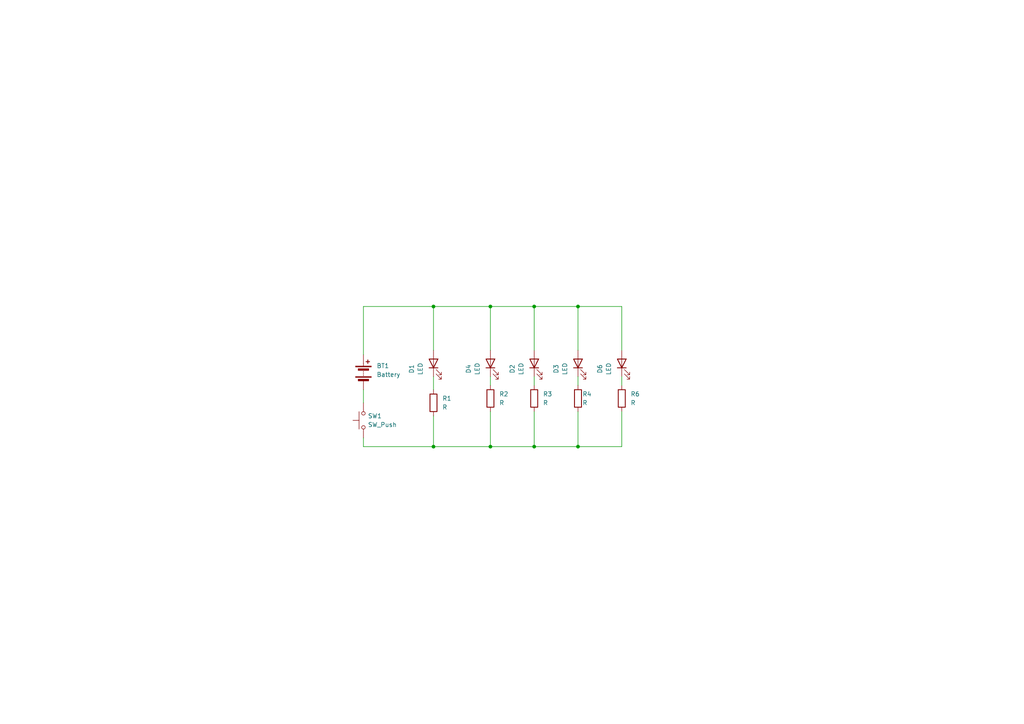
<source format=kicad_sch>
(kicad_sch
	(version 20250114)
	(generator "eeschema")
	(generator_version "9.0")
	(uuid "68117e2e-f2d2-424f-b42f-e36ecede548e")
	(paper "A4")
	(lib_symbols
		(symbol "Device:Battery"
			(pin_numbers
				(hide yes)
			)
			(pin_names
				(offset 0)
				(hide yes)
			)
			(exclude_from_sim no)
			(in_bom yes)
			(on_board yes)
			(property "Reference" "BT"
				(at 2.54 2.54 0)
				(effects
					(font
						(size 1.27 1.27)
					)
					(justify left)
				)
			)
			(property "Value" "Battery"
				(at 2.54 0 0)
				(effects
					(font
						(size 1.27 1.27)
					)
					(justify left)
				)
			)
			(property "Footprint" ""
				(at 0 1.524 90)
				(effects
					(font
						(size 1.27 1.27)
					)
					(hide yes)
				)
			)
			(property "Datasheet" "~"
				(at 0 1.524 90)
				(effects
					(font
						(size 1.27 1.27)
					)
					(hide yes)
				)
			)
			(property "Description" "Multiple-cell battery"
				(at 0 0 0)
				(effects
					(font
						(size 1.27 1.27)
					)
					(hide yes)
				)
			)
			(property "ki_keywords" "batt voltage-source cell"
				(at 0 0 0)
				(effects
					(font
						(size 1.27 1.27)
					)
					(hide yes)
				)
			)
			(symbol "Battery_0_1"
				(rectangle
					(start -2.286 1.778)
					(end 2.286 1.524)
					(stroke
						(width 0)
						(type default)
					)
					(fill
						(type outline)
					)
				)
				(rectangle
					(start -2.286 -1.27)
					(end 2.286 -1.524)
					(stroke
						(width 0)
						(type default)
					)
					(fill
						(type outline)
					)
				)
				(rectangle
					(start -1.524 1.016)
					(end 1.524 0.508)
					(stroke
						(width 0)
						(type default)
					)
					(fill
						(type outline)
					)
				)
				(rectangle
					(start -1.524 -2.032)
					(end 1.524 -2.54)
					(stroke
						(width 0)
						(type default)
					)
					(fill
						(type outline)
					)
				)
				(polyline
					(pts
						(xy 0 1.778) (xy 0 2.54)
					)
					(stroke
						(width 0)
						(type default)
					)
					(fill
						(type none)
					)
				)
				(polyline
					(pts
						(xy 0 0) (xy 0 0.254)
					)
					(stroke
						(width 0)
						(type default)
					)
					(fill
						(type none)
					)
				)
				(polyline
					(pts
						(xy 0 -0.508) (xy 0 -0.254)
					)
					(stroke
						(width 0)
						(type default)
					)
					(fill
						(type none)
					)
				)
				(polyline
					(pts
						(xy 0 -1.016) (xy 0 -0.762)
					)
					(stroke
						(width 0)
						(type default)
					)
					(fill
						(type none)
					)
				)
				(polyline
					(pts
						(xy 0.762 3.048) (xy 1.778 3.048)
					)
					(stroke
						(width 0.254)
						(type default)
					)
					(fill
						(type none)
					)
				)
				(polyline
					(pts
						(xy 1.27 3.556) (xy 1.27 2.54)
					)
					(stroke
						(width 0.254)
						(type default)
					)
					(fill
						(type none)
					)
				)
			)
			(symbol "Battery_1_1"
				(pin passive line
					(at 0 5.08 270)
					(length 2.54)
					(name "+"
						(effects
							(font
								(size 1.27 1.27)
							)
						)
					)
					(number "1"
						(effects
							(font
								(size 1.27 1.27)
							)
						)
					)
				)
				(pin passive line
					(at 0 -5.08 90)
					(length 2.54)
					(name "-"
						(effects
							(font
								(size 1.27 1.27)
							)
						)
					)
					(number "2"
						(effects
							(font
								(size 1.27 1.27)
							)
						)
					)
				)
			)
			(embedded_fonts no)
		)
		(symbol "Device:LED"
			(pin_numbers
				(hide yes)
			)
			(pin_names
				(offset 1.016)
				(hide yes)
			)
			(exclude_from_sim no)
			(in_bom yes)
			(on_board yes)
			(property "Reference" "D"
				(at 0 2.54 0)
				(effects
					(font
						(size 1.27 1.27)
					)
				)
			)
			(property "Value" "LED"
				(at 0 -2.54 0)
				(effects
					(font
						(size 1.27 1.27)
					)
				)
			)
			(property "Footprint" ""
				(at 0 0 0)
				(effects
					(font
						(size 1.27 1.27)
					)
					(hide yes)
				)
			)
			(property "Datasheet" "~"
				(at 0 0 0)
				(effects
					(font
						(size 1.27 1.27)
					)
					(hide yes)
				)
			)
			(property "Description" "Light emitting diode"
				(at 0 0 0)
				(effects
					(font
						(size 1.27 1.27)
					)
					(hide yes)
				)
			)
			(property "Sim.Pins" "1=K 2=A"
				(at 0 0 0)
				(effects
					(font
						(size 1.27 1.27)
					)
					(hide yes)
				)
			)
			(property "ki_keywords" "LED diode"
				(at 0 0 0)
				(effects
					(font
						(size 1.27 1.27)
					)
					(hide yes)
				)
			)
			(property "ki_fp_filters" "LED* LED_SMD:* LED_THT:*"
				(at 0 0 0)
				(effects
					(font
						(size 1.27 1.27)
					)
					(hide yes)
				)
			)
			(symbol "LED_0_1"
				(polyline
					(pts
						(xy -3.048 -0.762) (xy -4.572 -2.286) (xy -3.81 -2.286) (xy -4.572 -2.286) (xy -4.572 -1.524)
					)
					(stroke
						(width 0)
						(type default)
					)
					(fill
						(type none)
					)
				)
				(polyline
					(pts
						(xy -1.778 -0.762) (xy -3.302 -2.286) (xy -2.54 -2.286) (xy -3.302 -2.286) (xy -3.302 -1.524)
					)
					(stroke
						(width 0)
						(type default)
					)
					(fill
						(type none)
					)
				)
				(polyline
					(pts
						(xy -1.27 0) (xy 1.27 0)
					)
					(stroke
						(width 0)
						(type default)
					)
					(fill
						(type none)
					)
				)
				(polyline
					(pts
						(xy -1.27 -1.27) (xy -1.27 1.27)
					)
					(stroke
						(width 0.254)
						(type default)
					)
					(fill
						(type none)
					)
				)
				(polyline
					(pts
						(xy 1.27 -1.27) (xy 1.27 1.27) (xy -1.27 0) (xy 1.27 -1.27)
					)
					(stroke
						(width 0.254)
						(type default)
					)
					(fill
						(type none)
					)
				)
			)
			(symbol "LED_1_1"
				(pin passive line
					(at -3.81 0 0)
					(length 2.54)
					(name "K"
						(effects
							(font
								(size 1.27 1.27)
							)
						)
					)
					(number "1"
						(effects
							(font
								(size 1.27 1.27)
							)
						)
					)
				)
				(pin passive line
					(at 3.81 0 180)
					(length 2.54)
					(name "A"
						(effects
							(font
								(size 1.27 1.27)
							)
						)
					)
					(number "2"
						(effects
							(font
								(size 1.27 1.27)
							)
						)
					)
				)
			)
			(embedded_fonts no)
		)
		(symbol "Device:R"
			(pin_numbers
				(hide yes)
			)
			(pin_names
				(offset 0)
			)
			(exclude_from_sim no)
			(in_bom yes)
			(on_board yes)
			(property "Reference" "R"
				(at 2.032 0 90)
				(effects
					(font
						(size 1.27 1.27)
					)
				)
			)
			(property "Value" "R"
				(at 0 0 90)
				(effects
					(font
						(size 1.27 1.27)
					)
				)
			)
			(property "Footprint" ""
				(at -1.778 0 90)
				(effects
					(font
						(size 1.27 1.27)
					)
					(hide yes)
				)
			)
			(property "Datasheet" "~"
				(at 0 0 0)
				(effects
					(font
						(size 1.27 1.27)
					)
					(hide yes)
				)
			)
			(property "Description" "Resistor"
				(at 0 0 0)
				(effects
					(font
						(size 1.27 1.27)
					)
					(hide yes)
				)
			)
			(property "ki_keywords" "R res resistor"
				(at 0 0 0)
				(effects
					(font
						(size 1.27 1.27)
					)
					(hide yes)
				)
			)
			(property "ki_fp_filters" "R_*"
				(at 0 0 0)
				(effects
					(font
						(size 1.27 1.27)
					)
					(hide yes)
				)
			)
			(symbol "R_0_1"
				(rectangle
					(start -1.016 -2.54)
					(end 1.016 2.54)
					(stroke
						(width 0.254)
						(type default)
					)
					(fill
						(type none)
					)
				)
			)
			(symbol "R_1_1"
				(pin passive line
					(at 0 3.81 270)
					(length 1.27)
					(name "~"
						(effects
							(font
								(size 1.27 1.27)
							)
						)
					)
					(number "1"
						(effects
							(font
								(size 1.27 1.27)
							)
						)
					)
				)
				(pin passive line
					(at 0 -3.81 90)
					(length 1.27)
					(name "~"
						(effects
							(font
								(size 1.27 1.27)
							)
						)
					)
					(number "2"
						(effects
							(font
								(size 1.27 1.27)
							)
						)
					)
				)
			)
			(embedded_fonts no)
		)
		(symbol "Switch:SW_Push"
			(pin_numbers
				(hide yes)
			)
			(pin_names
				(offset 1.016)
				(hide yes)
			)
			(exclude_from_sim no)
			(in_bom yes)
			(on_board yes)
			(property "Reference" "SW"
				(at 1.27 2.54 0)
				(effects
					(font
						(size 1.27 1.27)
					)
					(justify left)
				)
			)
			(property "Value" "SW_Push"
				(at 0 -1.524 0)
				(effects
					(font
						(size 1.27 1.27)
					)
				)
			)
			(property "Footprint" ""
				(at 0 5.08 0)
				(effects
					(font
						(size 1.27 1.27)
					)
					(hide yes)
				)
			)
			(property "Datasheet" "~"
				(at 0 5.08 0)
				(effects
					(font
						(size 1.27 1.27)
					)
					(hide yes)
				)
			)
			(property "Description" "Push button switch, generic, two pins"
				(at 0 0 0)
				(effects
					(font
						(size 1.27 1.27)
					)
					(hide yes)
				)
			)
			(property "ki_keywords" "switch normally-open pushbutton push-button"
				(at 0 0 0)
				(effects
					(font
						(size 1.27 1.27)
					)
					(hide yes)
				)
			)
			(symbol "SW_Push_0_1"
				(circle
					(center -2.032 0)
					(radius 0.508)
					(stroke
						(width 0)
						(type default)
					)
					(fill
						(type none)
					)
				)
				(polyline
					(pts
						(xy 0 1.27) (xy 0 3.048)
					)
					(stroke
						(width 0)
						(type default)
					)
					(fill
						(type none)
					)
				)
				(circle
					(center 2.032 0)
					(radius 0.508)
					(stroke
						(width 0)
						(type default)
					)
					(fill
						(type none)
					)
				)
				(polyline
					(pts
						(xy 2.54 1.27) (xy -2.54 1.27)
					)
					(stroke
						(width 0)
						(type default)
					)
					(fill
						(type none)
					)
				)
				(pin passive line
					(at -5.08 0 0)
					(length 2.54)
					(name "1"
						(effects
							(font
								(size 1.27 1.27)
							)
						)
					)
					(number "1"
						(effects
							(font
								(size 1.27 1.27)
							)
						)
					)
				)
				(pin passive line
					(at 5.08 0 180)
					(length 2.54)
					(name "2"
						(effects
							(font
								(size 1.27 1.27)
							)
						)
					)
					(number "2"
						(effects
							(font
								(size 1.27 1.27)
							)
						)
					)
				)
			)
			(embedded_fonts no)
		)
	)
	(junction
		(at 167.64 129.54)
		(diameter 0)
		(color 0 0 0 0)
		(uuid "3d8e4f53-5778-4967-928f-15d9aa3d182c")
	)
	(junction
		(at 154.94 129.54)
		(diameter 0)
		(color 0 0 0 0)
		(uuid "4da736a9-c63f-4fee-a20b-fd539772c4d9")
	)
	(junction
		(at 142.24 129.54)
		(diameter 0)
		(color 0 0 0 0)
		(uuid "74f7d904-40bd-441b-9e2c-cc6352358511")
	)
	(junction
		(at 125.73 129.54)
		(diameter 0)
		(color 0 0 0 0)
		(uuid "77f2467b-9c1f-4bca-94c3-083e6c426789")
	)
	(junction
		(at 125.73 88.9)
		(diameter 0)
		(color 0 0 0 0)
		(uuid "7b9c77e0-ff10-4827-83c4-ada70f5bc84f")
	)
	(junction
		(at 167.64 88.9)
		(diameter 0)
		(color 0 0 0 0)
		(uuid "891d947f-4139-4da5-a24c-35b591b1e15f")
	)
	(junction
		(at 142.24 88.9)
		(diameter 0)
		(color 0 0 0 0)
		(uuid "b7114843-efca-42e7-8e2e-2fb69f5cbec8")
	)
	(junction
		(at 154.94 88.9)
		(diameter 0)
		(color 0 0 0 0)
		(uuid "d266ca1a-6d48-42cd-9475-e695e12e0025")
	)
	(wire
		(pts
			(xy 142.24 129.54) (xy 154.94 129.54)
		)
		(stroke
			(width 0)
			(type default)
		)
		(uuid "00b04e0d-7ac0-4075-9b06-320acb0672b3")
	)
	(wire
		(pts
			(xy 154.94 109.22) (xy 154.94 111.76)
		)
		(stroke
			(width 0)
			(type default)
		)
		(uuid "14c36f1b-59c8-4b53-8188-c8f7114c0426")
	)
	(wire
		(pts
			(xy 125.73 129.54) (xy 142.24 129.54)
		)
		(stroke
			(width 0)
			(type default)
		)
		(uuid "238ab5cf-f6b8-452c-b2a2-c4c080942433")
	)
	(wire
		(pts
			(xy 105.41 129.54) (xy 125.73 129.54)
		)
		(stroke
			(width 0)
			(type default)
		)
		(uuid "2979b5e2-ea30-4ae2-9f8d-f0203a949ef4")
	)
	(wire
		(pts
			(xy 154.94 119.38) (xy 154.94 129.54)
		)
		(stroke
			(width 0)
			(type default)
		)
		(uuid "2d9a98df-4d28-4ae4-a851-23916fc17767")
	)
	(wire
		(pts
			(xy 105.41 113.03) (xy 105.41 116.84)
		)
		(stroke
			(width 0)
			(type default)
		)
		(uuid "36b9e6d6-76bd-4712-aa3d-67c23bf9bedc")
	)
	(wire
		(pts
			(xy 167.64 88.9) (xy 167.64 101.6)
		)
		(stroke
			(width 0)
			(type default)
		)
		(uuid "38825f06-82cf-4ded-9427-1db64e9814be")
	)
	(wire
		(pts
			(xy 125.73 88.9) (xy 125.73 101.6)
		)
		(stroke
			(width 0)
			(type default)
		)
		(uuid "3f92c6be-03a0-49df-af2b-0e9c194c2c7b")
	)
	(wire
		(pts
			(xy 167.64 129.54) (xy 180.34 129.54)
		)
		(stroke
			(width 0)
			(type default)
		)
		(uuid "49fe3b99-4aaa-424b-a93d-52805f515842")
	)
	(wire
		(pts
			(xy 142.24 88.9) (xy 154.94 88.9)
		)
		(stroke
			(width 0)
			(type default)
		)
		(uuid "55cc8043-adef-44f9-b3f9-8f64841307a9")
	)
	(wire
		(pts
			(xy 154.94 129.54) (xy 167.64 129.54)
		)
		(stroke
			(width 0)
			(type default)
		)
		(uuid "69fd677d-c4a4-4bf1-abce-5552accca04d")
	)
	(wire
		(pts
			(xy 142.24 119.38) (xy 142.24 129.54)
		)
		(stroke
			(width 0)
			(type default)
		)
		(uuid "701d6b47-608f-48e0-a21c-21dbfe28671d")
	)
	(wire
		(pts
			(xy 180.34 129.54) (xy 180.34 119.38)
		)
		(stroke
			(width 0)
			(type default)
		)
		(uuid "73346718-6d96-406f-a485-6f49128e38fe")
	)
	(wire
		(pts
			(xy 180.34 109.22) (xy 180.34 111.76)
		)
		(stroke
			(width 0)
			(type default)
		)
		(uuid "77ac7c90-4609-4ff4-8cc9-16330276c641")
	)
	(wire
		(pts
			(xy 142.24 109.22) (xy 142.24 111.76)
		)
		(stroke
			(width 0)
			(type default)
		)
		(uuid "7d87bc30-39a8-4aec-aac1-2467d6c9f400")
	)
	(wire
		(pts
			(xy 167.64 129.54) (xy 167.64 119.38)
		)
		(stroke
			(width 0)
			(type default)
		)
		(uuid "85ddeeef-90ec-4945-801d-25ce228518f6")
	)
	(wire
		(pts
			(xy 154.94 88.9) (xy 167.64 88.9)
		)
		(stroke
			(width 0)
			(type default)
		)
		(uuid "94e6b701-1aab-434d-90e5-dfb6dc67f17c")
	)
	(wire
		(pts
			(xy 125.73 120.65) (xy 125.73 129.54)
		)
		(stroke
			(width 0)
			(type default)
		)
		(uuid "965a09e5-db1a-4714-8314-90f3198dff6b")
	)
	(wire
		(pts
			(xy 105.41 88.9) (xy 125.73 88.9)
		)
		(stroke
			(width 0)
			(type default)
		)
		(uuid "a325e290-82e1-41a6-84a0-637c331adf64")
	)
	(wire
		(pts
			(xy 125.73 109.22) (xy 125.73 113.03)
		)
		(stroke
			(width 0)
			(type default)
		)
		(uuid "c8328226-3ede-4358-b1f8-97044bffdd61")
	)
	(wire
		(pts
			(xy 167.64 88.9) (xy 180.34 88.9)
		)
		(stroke
			(width 0)
			(type default)
		)
		(uuid "cae7e97b-fff4-4822-9d35-4e427d8c57d2")
	)
	(wire
		(pts
			(xy 105.41 127) (xy 105.41 129.54)
		)
		(stroke
			(width 0)
			(type default)
		)
		(uuid "cd46bfc3-fc56-4d1a-8e23-9890ea3bb72c")
	)
	(wire
		(pts
			(xy 105.41 102.87) (xy 105.41 88.9)
		)
		(stroke
			(width 0)
			(type default)
		)
		(uuid "ceb4bb99-bc77-403d-9382-aed8f647827e")
	)
	(wire
		(pts
			(xy 154.94 88.9) (xy 154.94 101.6)
		)
		(stroke
			(width 0)
			(type default)
		)
		(uuid "f012af8f-61ca-437a-82c8-f60b96b9f397")
	)
	(wire
		(pts
			(xy 142.24 88.9) (xy 142.24 101.6)
		)
		(stroke
			(width 0)
			(type default)
		)
		(uuid "f0ffe580-af5e-4857-8f82-655c1c09e4e5")
	)
	(wire
		(pts
			(xy 125.73 88.9) (xy 142.24 88.9)
		)
		(stroke
			(width 0)
			(type default)
		)
		(uuid "f1d3a9a3-ff27-420a-a70c-cb06313231eb")
	)
	(wire
		(pts
			(xy 167.64 109.22) (xy 167.64 111.76)
		)
		(stroke
			(width 0)
			(type default)
		)
		(uuid "fd41c513-0fe4-4eab-9d46-4153913ec837")
	)
	(wire
		(pts
			(xy 180.34 88.9) (xy 180.34 101.6)
		)
		(stroke
			(width 0)
			(type default)
		)
		(uuid "fdbd4a15-f65a-4411-8fb0-b2d842dbb2fe")
	)
	(symbol
		(lib_id "Device:LED")
		(at 154.94 105.41 90)
		(unit 1)
		(exclude_from_sim no)
		(in_bom yes)
		(on_board yes)
		(dnp no)
		(fields_autoplaced yes)
		(uuid "3616e000-4f9e-42d7-8742-8005a291780f")
		(property "Reference" "D2"
			(at 148.59 106.9975 0)
			(effects
				(font
					(size 1.27 1.27)
				)
			)
		)
		(property "Value" "LED"
			(at 151.13 106.9975 0)
			(effects
				(font
					(size 1.27 1.27)
				)
			)
		)
		(property "Footprint" "LED_THT:LED_D5.0mm"
			(at 154.94 105.41 0)
			(effects
				(font
					(size 1.27 1.27)
				)
				(hide yes)
			)
		)
		(property "Datasheet" "~"
			(at 154.94 105.41 0)
			(effects
				(font
					(size 1.27 1.27)
				)
				(hide yes)
			)
		)
		(property "Description" "Light emitting diode"
			(at 154.94 105.41 0)
			(effects
				(font
					(size 1.27 1.27)
				)
				(hide yes)
			)
		)
		(property "Sim.Pins" "1=K 2=A"
			(at 154.94 105.41 0)
			(effects
				(font
					(size 1.27 1.27)
				)
				(hide yes)
			)
		)
		(pin "1"
			(uuid "7462c9db-99b2-4d48-b2c7-a183282b7878")
		)
		(pin "2"
			(uuid "50177825-86fe-4e63-bcc9-1596ca2f5d77")
		)
		(instances
			(project ""
				(path "/68117e2e-f2d2-424f-b42f-e36ecede548e"
					(reference "D2")
					(unit 1)
				)
			)
		)
	)
	(symbol
		(lib_id "Device:R")
		(at 142.24 115.57 0)
		(unit 1)
		(exclude_from_sim no)
		(in_bom yes)
		(on_board yes)
		(dnp no)
		(fields_autoplaced yes)
		(uuid "394a472d-908a-4e11-b739-e240a49c0645")
		(property "Reference" "R2"
			(at 144.78 114.2999 0)
			(effects
				(font
					(size 1.27 1.27)
				)
				(justify left)
			)
		)
		(property "Value" "R"
			(at 144.78 116.8399 0)
			(effects
				(font
					(size 1.27 1.27)
				)
				(justify left)
			)
		)
		(property "Footprint" "Resistor_THT:R_Axial_DIN0207_L6.3mm_D2.5mm_P7.62mm_Horizontal"
			(at 140.462 115.57 90)
			(effects
				(font
					(size 1.27 1.27)
				)
				(hide yes)
			)
		)
		(property "Datasheet" "~"
			(at 142.24 115.57 0)
			(effects
				(font
					(size 1.27 1.27)
				)
				(hide yes)
			)
		)
		(property "Description" "Resistor"
			(at 142.24 115.57 0)
			(effects
				(font
					(size 1.27 1.27)
				)
				(hide yes)
			)
		)
		(pin "2"
			(uuid "269fda5c-d4aa-428c-bf2e-022d892ee3f9")
		)
		(pin "1"
			(uuid "0a1e1d52-380c-4a7c-b748-7a76898dcc6b")
		)
		(instances
			(project ""
				(path "/68117e2e-f2d2-424f-b42f-e36ecede548e"
					(reference "R2")
					(unit 1)
				)
			)
		)
	)
	(symbol
		(lib_id "Device:LED")
		(at 125.73 105.41 90)
		(unit 1)
		(exclude_from_sim no)
		(in_bom yes)
		(on_board yes)
		(dnp no)
		(fields_autoplaced yes)
		(uuid "561f68aa-4bec-4a76-b124-182b12bfe1a6")
		(property "Reference" "D1"
			(at 119.38 106.9975 0)
			(effects
				(font
					(size 1.27 1.27)
				)
			)
		)
		(property "Value" "LED"
			(at 121.92 106.9975 0)
			(effects
				(font
					(size 1.27 1.27)
				)
			)
		)
		(property "Footprint" "LED_THT:LED_D5.0mm"
			(at 125.73 105.41 0)
			(effects
				(font
					(size 1.27 1.27)
				)
				(hide yes)
			)
		)
		(property "Datasheet" "~"
			(at 125.73 105.41 0)
			(effects
				(font
					(size 1.27 1.27)
				)
				(hide yes)
			)
		)
		(property "Description" "Light emitting diode"
			(at 125.73 105.41 0)
			(effects
				(font
					(size 1.27 1.27)
				)
				(hide yes)
			)
		)
		(property "Sim.Pins" "1=K 2=A"
			(at 125.73 105.41 0)
			(effects
				(font
					(size 1.27 1.27)
				)
				(hide yes)
			)
		)
		(pin "1"
			(uuid "7462c9db-99b2-4d48-b2c7-a183282b7879")
		)
		(pin "2"
			(uuid "50177825-86fe-4e63-bcc9-1596ca2f5d78")
		)
		(instances
			(project ""
				(path "/68117e2e-f2d2-424f-b42f-e36ecede548e"
					(reference "D1")
					(unit 1)
				)
			)
		)
	)
	(symbol
		(lib_id "Device:R")
		(at 180.34 115.57 0)
		(unit 1)
		(exclude_from_sim no)
		(in_bom yes)
		(on_board yes)
		(dnp no)
		(fields_autoplaced yes)
		(uuid "67da61fd-a440-4579-a5c1-df6ef28a2853")
		(property "Reference" "R6"
			(at 182.88 114.2999 0)
			(effects
				(font
					(size 1.27 1.27)
				)
				(justify left)
			)
		)
		(property "Value" "R"
			(at 182.88 116.8399 0)
			(effects
				(font
					(size 1.27 1.27)
				)
				(justify left)
			)
		)
		(property "Footprint" "Resistor_THT:R_Axial_DIN0207_L6.3mm_D2.5mm_P7.62mm_Horizontal"
			(at 178.562 115.57 90)
			(effects
				(font
					(size 1.27 1.27)
				)
				(hide yes)
			)
		)
		(property "Datasheet" "~"
			(at 180.34 115.57 0)
			(effects
				(font
					(size 1.27 1.27)
				)
				(hide yes)
			)
		)
		(property "Description" "Resistor"
			(at 180.34 115.57 0)
			(effects
				(font
					(size 1.27 1.27)
				)
				(hide yes)
			)
		)
		(pin "2"
			(uuid "4da34667-8971-4d21-b380-81d870e66f62")
		)
		(pin "1"
			(uuid "406d09e6-9285-491c-8543-cd885a892f21")
		)
		(instances
			(project "petals"
				(path "/68117e2e-f2d2-424f-b42f-e36ecede548e"
					(reference "R6")
					(unit 1)
				)
			)
		)
	)
	(symbol
		(lib_id "Device:LED")
		(at 180.34 105.41 90)
		(unit 1)
		(exclude_from_sim no)
		(in_bom yes)
		(on_board yes)
		(dnp no)
		(fields_autoplaced yes)
		(uuid "6b37848f-8bd4-405a-91fb-d133fb7fd0b2")
		(property "Reference" "D6"
			(at 173.99 106.9975 0)
			(effects
				(font
					(size 1.27 1.27)
				)
			)
		)
		(property "Value" "LED"
			(at 176.53 106.9975 0)
			(effects
				(font
					(size 1.27 1.27)
				)
			)
		)
		(property "Footprint" "LED_THT:LED_D5.0mm"
			(at 180.34 105.41 0)
			(effects
				(font
					(size 1.27 1.27)
				)
				(hide yes)
			)
		)
		(property "Datasheet" "~"
			(at 180.34 105.41 0)
			(effects
				(font
					(size 1.27 1.27)
				)
				(hide yes)
			)
		)
		(property "Description" "Light emitting diode"
			(at 180.34 105.41 0)
			(effects
				(font
					(size 1.27 1.27)
				)
				(hide yes)
			)
		)
		(property "Sim.Pins" "1=K 2=A"
			(at 180.34 105.41 0)
			(effects
				(font
					(size 1.27 1.27)
				)
				(hide yes)
			)
		)
		(pin "1"
			(uuid "b074612f-0e05-4664-95a8-6af33b9e869a")
		)
		(pin "2"
			(uuid "e596e984-4874-4688-a587-7790ee17150d")
		)
		(instances
			(project "petals"
				(path "/68117e2e-f2d2-424f-b42f-e36ecede548e"
					(reference "D6")
					(unit 1)
				)
			)
		)
	)
	(symbol
		(lib_id "Device:LED")
		(at 142.24 105.41 90)
		(unit 1)
		(exclude_from_sim no)
		(in_bom yes)
		(on_board yes)
		(dnp no)
		(fields_autoplaced yes)
		(uuid "82db2884-dbe4-4125-b6ac-22b4fc1adbe8")
		(property "Reference" "D4"
			(at 135.89 106.9975 0)
			(effects
				(font
					(size 1.27 1.27)
				)
			)
		)
		(property "Value" "LED"
			(at 138.43 106.9975 0)
			(effects
				(font
					(size 1.27 1.27)
				)
			)
		)
		(property "Footprint" "LED_THT:LED_D5.0mm"
			(at 142.24 105.41 0)
			(effects
				(font
					(size 1.27 1.27)
				)
				(hide yes)
			)
		)
		(property "Datasheet" "~"
			(at 142.24 105.41 0)
			(effects
				(font
					(size 1.27 1.27)
				)
				(hide yes)
			)
		)
		(property "Description" "Light emitting diode"
			(at 142.24 105.41 0)
			(effects
				(font
					(size 1.27 1.27)
				)
				(hide yes)
			)
		)
		(property "Sim.Pins" "1=K 2=A"
			(at 142.24 105.41 0)
			(effects
				(font
					(size 1.27 1.27)
				)
				(hide yes)
			)
		)
		(pin "1"
			(uuid "7462c9db-99b2-4d48-b2c7-a183282b787a")
		)
		(pin "2"
			(uuid "50177825-86fe-4e63-bcc9-1596ca2f5d79")
		)
		(instances
			(project ""
				(path "/68117e2e-f2d2-424f-b42f-e36ecede548e"
					(reference "D4")
					(unit 1)
				)
			)
		)
	)
	(symbol
		(lib_id "Device:LED")
		(at 167.64 105.41 90)
		(unit 1)
		(exclude_from_sim no)
		(in_bom yes)
		(on_board yes)
		(dnp no)
		(fields_autoplaced yes)
		(uuid "93647bbc-1957-4bf8-aa6f-a4b0f974485f")
		(property "Reference" "D3"
			(at 161.29 106.9975 0)
			(effects
				(font
					(size 1.27 1.27)
				)
			)
		)
		(property "Value" "LED"
			(at 163.83 106.9975 0)
			(effects
				(font
					(size 1.27 1.27)
				)
			)
		)
		(property "Footprint" "LED_THT:LED_D5.0mm"
			(at 167.64 105.41 0)
			(effects
				(font
					(size 1.27 1.27)
				)
				(hide yes)
			)
		)
		(property "Datasheet" "~"
			(at 167.64 105.41 0)
			(effects
				(font
					(size 1.27 1.27)
				)
				(hide yes)
			)
		)
		(property "Description" "Light emitting diode"
			(at 167.64 105.41 0)
			(effects
				(font
					(size 1.27 1.27)
				)
				(hide yes)
			)
		)
		(property "Sim.Pins" "1=K 2=A"
			(at 167.64 105.41 0)
			(effects
				(font
					(size 1.27 1.27)
				)
				(hide yes)
			)
		)
		(pin "1"
			(uuid "7462c9db-99b2-4d48-b2c7-a183282b787b")
		)
		(pin "2"
			(uuid "50177825-86fe-4e63-bcc9-1596ca2f5d7a")
		)
		(instances
			(project ""
				(path "/68117e2e-f2d2-424f-b42f-e36ecede548e"
					(reference "D3")
					(unit 1)
				)
			)
		)
	)
	(symbol
		(lib_id "Device:R")
		(at 125.73 116.84 0)
		(unit 1)
		(exclude_from_sim no)
		(in_bom yes)
		(on_board yes)
		(dnp no)
		(fields_autoplaced yes)
		(uuid "9a997292-65e9-4311-aa07-514853268671")
		(property "Reference" "R1"
			(at 128.27 115.5699 0)
			(effects
				(font
					(size 1.27 1.27)
				)
				(justify left)
			)
		)
		(property "Value" "R"
			(at 128.27 118.1099 0)
			(effects
				(font
					(size 1.27 1.27)
				)
				(justify left)
			)
		)
		(property "Footprint" "Resistor_THT:R_Axial_DIN0207_L6.3mm_D2.5mm_P7.62mm_Horizontal"
			(at 123.952 116.84 90)
			(effects
				(font
					(size 1.27 1.27)
				)
				(hide yes)
			)
		)
		(property "Datasheet" "~"
			(at 125.73 116.84 0)
			(effects
				(font
					(size 1.27 1.27)
				)
				(hide yes)
			)
		)
		(property "Description" "Resistor"
			(at 125.73 116.84 0)
			(effects
				(font
					(size 1.27 1.27)
				)
				(hide yes)
			)
		)
		(pin "2"
			(uuid "0d849607-09ba-44fe-a176-0e6a3f852c21")
		)
		(pin "1"
			(uuid "a1834fcf-fe41-4b04-b611-55af188bb715")
		)
		(instances
			(project "petals"
				(path "/68117e2e-f2d2-424f-b42f-e36ecede548e"
					(reference "R1")
					(unit 1)
				)
			)
		)
	)
	(symbol
		(lib_id "Device:R")
		(at 167.64 115.57 0)
		(unit 1)
		(exclude_from_sim no)
		(in_bom yes)
		(on_board yes)
		(dnp no)
		(uuid "a176c595-77a8-4ab8-99fe-e7233d12fad7")
		(property "Reference" "R4"
			(at 168.91 114.2999 0)
			(effects
				(font
					(size 1.27 1.27)
				)
				(justify left)
			)
		)
		(property "Value" "R"
			(at 168.91 116.8399 0)
			(effects
				(font
					(size 1.27 1.27)
				)
				(justify left)
			)
		)
		(property "Footprint" "Resistor_THT:R_Axial_DIN0207_L6.3mm_D2.5mm_P7.62mm_Horizontal"
			(at 165.862 115.57 90)
			(effects
				(font
					(size 1.27 1.27)
				)
				(hide yes)
			)
		)
		(property "Datasheet" "~"
			(at 167.64 115.57 0)
			(effects
				(font
					(size 1.27 1.27)
				)
				(hide yes)
			)
		)
		(property "Description" "Resistor"
			(at 167.64 115.57 0)
			(effects
				(font
					(size 1.27 1.27)
				)
				(hide yes)
			)
		)
		(pin "2"
			(uuid "269fda5c-d4aa-428c-bf2e-022d892ee3fa")
		)
		(pin "1"
			(uuid "0a1e1d52-380c-4a7c-b748-7a76898dcc6c")
		)
		(instances
			(project ""
				(path "/68117e2e-f2d2-424f-b42f-e36ecede548e"
					(reference "R4")
					(unit 1)
				)
			)
		)
	)
	(symbol
		(lib_id "Device:Battery")
		(at 105.41 107.95 0)
		(unit 1)
		(exclude_from_sim no)
		(in_bom yes)
		(on_board yes)
		(dnp no)
		(fields_autoplaced yes)
		(uuid "a3482366-68eb-4146-bd44-a29caa17302f")
		(property "Reference" "BT1"
			(at 109.22 106.1084 0)
			(effects
				(font
					(size 1.27 1.27)
				)
				(justify left)
			)
		)
		(property "Value" "Battery"
			(at 109.22 108.6484 0)
			(effects
				(font
					(size 1.27 1.27)
				)
				(justify left)
			)
		)
		(property "Footprint" "Battery:BatteryHolder_Keystone_3034_1x20mm"
			(at 105.41 106.426 90)
			(effects
				(font
					(size 1.27 1.27)
				)
				(hide yes)
			)
		)
		(property "Datasheet" "~"
			(at 105.41 106.426 90)
			(effects
				(font
					(size 1.27 1.27)
				)
				(hide yes)
			)
		)
		(property "Description" "Multiple-cell battery"
			(at 105.41 107.95 0)
			(effects
				(font
					(size 1.27 1.27)
				)
				(hide yes)
			)
		)
		(pin "1"
			(uuid "07d7c30a-4c5c-4f9e-85bd-75841cd0ae8a")
		)
		(pin "2"
			(uuid "301e9fa0-dc8d-494b-a121-f475c7d30a27")
		)
		(instances
			(project ""
				(path "/68117e2e-f2d2-424f-b42f-e36ecede548e"
					(reference "BT1")
					(unit 1)
				)
			)
		)
	)
	(symbol
		(lib_id "Switch:SW_Push")
		(at 105.41 121.92 90)
		(unit 1)
		(exclude_from_sim no)
		(in_bom yes)
		(on_board yes)
		(dnp no)
		(fields_autoplaced yes)
		(uuid "cff47c31-2b7f-4538-9979-9f121b1c0576")
		(property "Reference" "SW1"
			(at 106.68 120.6499 90)
			(effects
				(font
					(size 1.27 1.27)
				)
				(justify right)
			)
		)
		(property "Value" "SW_Push"
			(at 106.68 123.1899 90)
			(effects
				(font
					(size 1.27 1.27)
				)
				(justify right)
			)
		)
		(property "Footprint" "Button_Switch_THT:SW_PUSH_6mm"
			(at 100.33 121.92 0)
			(effects
				(font
					(size 1.27 1.27)
				)
				(hide yes)
			)
		)
		(property "Datasheet" "~"
			(at 100.33 121.92 0)
			(effects
				(font
					(size 1.27 1.27)
				)
				(hide yes)
			)
		)
		(property "Description" "Push button switch, generic, two pins"
			(at 105.41 121.92 0)
			(effects
				(font
					(size 1.27 1.27)
				)
				(hide yes)
			)
		)
		(pin "1"
			(uuid "e1fdc8a1-ed16-4749-96e8-2e0ba65e1262")
		)
		(pin "2"
			(uuid "e1af3cdd-6f76-4220-860e-8ad59d973741")
		)
		(instances
			(project ""
				(path "/68117e2e-f2d2-424f-b42f-e36ecede548e"
					(reference "SW1")
					(unit 1)
				)
			)
		)
	)
	(symbol
		(lib_id "Device:R")
		(at 154.94 115.57 0)
		(unit 1)
		(exclude_from_sim no)
		(in_bom yes)
		(on_board yes)
		(dnp no)
		(fields_autoplaced yes)
		(uuid "f2cf06d0-af6e-4c34-b106-bdee30180dde")
		(property "Reference" "R3"
			(at 157.48 114.2999 0)
			(effects
				(font
					(size 1.27 1.27)
				)
				(justify left)
			)
		)
		(property "Value" "R"
			(at 157.48 116.8399 0)
			(effects
				(font
					(size 1.27 1.27)
				)
				(justify left)
			)
		)
		(property "Footprint" "Resistor_THT:R_Axial_DIN0207_L6.3mm_D2.5mm_P7.62mm_Horizontal"
			(at 153.162 115.57 90)
			(effects
				(font
					(size 1.27 1.27)
				)
				(hide yes)
			)
		)
		(property "Datasheet" "~"
			(at 154.94 115.57 0)
			(effects
				(font
					(size 1.27 1.27)
				)
				(hide yes)
			)
		)
		(property "Description" "Resistor"
			(at 154.94 115.57 0)
			(effects
				(font
					(size 1.27 1.27)
				)
				(hide yes)
			)
		)
		(pin "2"
			(uuid "269fda5c-d4aa-428c-bf2e-022d892ee3fb")
		)
		(pin "1"
			(uuid "0a1e1d52-380c-4a7c-b748-7a76898dcc6d")
		)
		(instances
			(project ""
				(path "/68117e2e-f2d2-424f-b42f-e36ecede548e"
					(reference "R3")
					(unit 1)
				)
			)
		)
	)
	(sheet_instances
		(path "/"
			(page "1")
		)
	)
	(embedded_fonts no)
)

</source>
